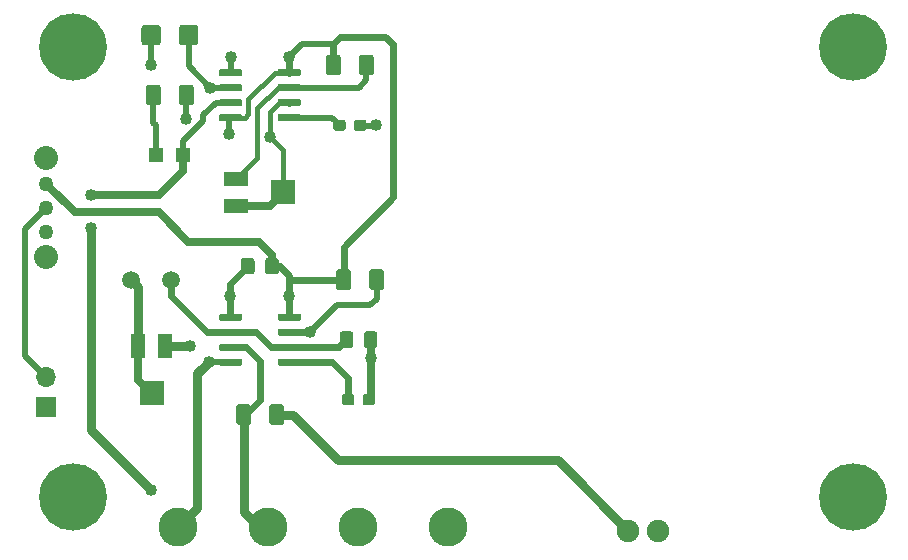
<source format=gbr>
G04 #@! TF.GenerationSoftware,KiCad,Pcbnew,(5.1.5)-3*
G04 #@! TF.CreationDate,2020-06-16T01:41:36-04:00*
G04 #@! TF.ProjectId,SMT-Theremin-v1,534d542d-5468-4657-9265-6d696e2d7631,rev?*
G04 #@! TF.SameCoordinates,Original*
G04 #@! TF.FileFunction,Copper,L1,Top*
G04 #@! TF.FilePolarity,Positive*
%FSLAX46Y46*%
G04 Gerber Fmt 4.6, Leading zero omitted, Abs format (unit mm)*
G04 Created by KiCad (PCBNEW (5.1.5)-3) date 2020-06-16 01:41:36*
%MOMM*%
%LPD*%
G04 APERTURE LIST*
%ADD10C,3.302000*%
%ADD11C,1.905000*%
%ADD12C,5.715000*%
%ADD13C,0.100000*%
%ADD14R,1.300000X1.300000*%
%ADD15C,1.500000*%
%ADD16R,1.700000X1.700000*%
%ADD17O,1.700000X1.700000*%
%ADD18R,1.300000X2.000000*%
%ADD19R,2.000000X2.000000*%
%ADD20R,2.000000X1.300000*%
%ADD21C,1.270000*%
%ADD22C,2.032000*%
%ADD23C,1.016000*%
%ADD24C,0.558800*%
%ADD25C,0.508000*%
%ADD26C,0.635000*%
%ADD27C,0.381000*%
%ADD28C,0.762000*%
%ADD29C,0.203200*%
G04 APERTURE END LIST*
D10*
X95250000Y-116840000D03*
X102870000Y-116840000D03*
X110490000Y-116840000D03*
X118110000Y-116840000D03*
D11*
X135890000Y-117151001D03*
X133350000Y-117151001D03*
D12*
X86360000Y-114300000D03*
X152400000Y-76200000D03*
X152400000Y-114300000D03*
X86360000Y-76200000D03*
G04 #@! TA.AperFunction,SMDPad,CuDef*
D13*
G36*
X96682299Y-74310369D02*
G01*
X96709904Y-74314464D01*
X96736975Y-74321245D01*
X96763251Y-74330647D01*
X96788478Y-74342579D01*
X96812415Y-74356926D01*
X96834831Y-74373550D01*
X96855508Y-74392292D01*
X96874250Y-74412969D01*
X96890874Y-74435385D01*
X96905221Y-74459322D01*
X96917153Y-74484549D01*
X96926555Y-74510825D01*
X96933336Y-74537896D01*
X96937431Y-74565501D01*
X96938800Y-74593375D01*
X96938800Y-75774625D01*
X96937431Y-75802499D01*
X96933336Y-75830104D01*
X96926555Y-75857175D01*
X96917153Y-75883451D01*
X96905221Y-75908678D01*
X96890874Y-75932615D01*
X96874250Y-75955031D01*
X96855508Y-75975708D01*
X96834831Y-75994450D01*
X96812415Y-76011074D01*
X96788478Y-76025421D01*
X96763251Y-76037353D01*
X96736975Y-76046755D01*
X96709904Y-76053536D01*
X96682299Y-76057631D01*
X96654425Y-76059000D01*
X95598175Y-76059000D01*
X95570301Y-76057631D01*
X95542696Y-76053536D01*
X95515625Y-76046755D01*
X95489349Y-76037353D01*
X95464122Y-76025421D01*
X95440185Y-76011074D01*
X95417769Y-75994450D01*
X95397092Y-75975708D01*
X95378350Y-75955031D01*
X95361726Y-75932615D01*
X95347379Y-75908678D01*
X95335447Y-75883451D01*
X95326045Y-75857175D01*
X95319264Y-75830104D01*
X95315169Y-75802499D01*
X95313800Y-75774625D01*
X95313800Y-74593375D01*
X95315169Y-74565501D01*
X95319264Y-74537896D01*
X95326045Y-74510825D01*
X95335447Y-74484549D01*
X95347379Y-74459322D01*
X95361726Y-74435385D01*
X95378350Y-74412969D01*
X95397092Y-74392292D01*
X95417769Y-74373550D01*
X95440185Y-74356926D01*
X95464122Y-74342579D01*
X95489349Y-74330647D01*
X95515625Y-74321245D01*
X95542696Y-74314464D01*
X95570301Y-74310369D01*
X95598175Y-74309000D01*
X96654425Y-74309000D01*
X96682299Y-74310369D01*
G37*
G04 #@! TD.AperFunction*
G04 #@! TA.AperFunction,SMDPad,CuDef*
G36*
X93507299Y-74310369D02*
G01*
X93534904Y-74314464D01*
X93561975Y-74321245D01*
X93588251Y-74330647D01*
X93613478Y-74342579D01*
X93637415Y-74356926D01*
X93659831Y-74373550D01*
X93680508Y-74392292D01*
X93699250Y-74412969D01*
X93715874Y-74435385D01*
X93730221Y-74459322D01*
X93742153Y-74484549D01*
X93751555Y-74510825D01*
X93758336Y-74537896D01*
X93762431Y-74565501D01*
X93763800Y-74593375D01*
X93763800Y-75774625D01*
X93762431Y-75802499D01*
X93758336Y-75830104D01*
X93751555Y-75857175D01*
X93742153Y-75883451D01*
X93730221Y-75908678D01*
X93715874Y-75932615D01*
X93699250Y-75955031D01*
X93680508Y-75975708D01*
X93659831Y-75994450D01*
X93637415Y-76011074D01*
X93613478Y-76025421D01*
X93588251Y-76037353D01*
X93561975Y-76046755D01*
X93534904Y-76053536D01*
X93507299Y-76057631D01*
X93479425Y-76059000D01*
X92423175Y-76059000D01*
X92395301Y-76057631D01*
X92367696Y-76053536D01*
X92340625Y-76046755D01*
X92314349Y-76037353D01*
X92289122Y-76025421D01*
X92265185Y-76011074D01*
X92242769Y-75994450D01*
X92222092Y-75975708D01*
X92203350Y-75955031D01*
X92186726Y-75932615D01*
X92172379Y-75908678D01*
X92160447Y-75883451D01*
X92151045Y-75857175D01*
X92144264Y-75830104D01*
X92140169Y-75802499D01*
X92138800Y-75774625D01*
X92138800Y-74593375D01*
X92140169Y-74565501D01*
X92144264Y-74537896D01*
X92151045Y-74510825D01*
X92160447Y-74484549D01*
X92172379Y-74459322D01*
X92186726Y-74435385D01*
X92203350Y-74412969D01*
X92222092Y-74392292D01*
X92242769Y-74373550D01*
X92265185Y-74356926D01*
X92289122Y-74342579D01*
X92314349Y-74330647D01*
X92340625Y-74321245D01*
X92367696Y-74314464D01*
X92395301Y-74310369D01*
X92423175Y-74309000D01*
X93479425Y-74309000D01*
X93507299Y-74310369D01*
G37*
G04 #@! TD.AperFunction*
G04 #@! TA.AperFunction,SMDPad,CuDef*
G36*
X111890310Y-100266202D02*
G01*
X111914535Y-100269795D01*
X111938291Y-100275746D01*
X111961349Y-100283996D01*
X111983487Y-100294467D01*
X112004493Y-100307057D01*
X112024163Y-100321645D01*
X112042308Y-100338092D01*
X112058755Y-100356237D01*
X112073343Y-100375907D01*
X112085933Y-100396913D01*
X112096404Y-100419051D01*
X112104654Y-100442109D01*
X112110605Y-100465865D01*
X112114198Y-100490090D01*
X112115400Y-100514550D01*
X112115400Y-101415450D01*
X112114198Y-101439910D01*
X112110605Y-101464135D01*
X112104654Y-101487891D01*
X112096404Y-101510949D01*
X112085933Y-101533087D01*
X112073343Y-101554093D01*
X112058755Y-101573763D01*
X112042308Y-101591908D01*
X112024163Y-101608355D01*
X112004493Y-101622943D01*
X111983487Y-101635533D01*
X111961349Y-101646004D01*
X111938291Y-101654254D01*
X111914535Y-101660205D01*
X111890310Y-101663798D01*
X111865850Y-101665000D01*
X111214950Y-101665000D01*
X111190490Y-101663798D01*
X111166265Y-101660205D01*
X111142509Y-101654254D01*
X111119451Y-101646004D01*
X111097313Y-101635533D01*
X111076307Y-101622943D01*
X111056637Y-101608355D01*
X111038492Y-101591908D01*
X111022045Y-101573763D01*
X111007457Y-101554093D01*
X110994867Y-101533087D01*
X110984396Y-101510949D01*
X110976146Y-101487891D01*
X110970195Y-101464135D01*
X110966602Y-101439910D01*
X110965400Y-101415450D01*
X110965400Y-100514550D01*
X110966602Y-100490090D01*
X110970195Y-100465865D01*
X110976146Y-100442109D01*
X110984396Y-100419051D01*
X110994867Y-100396913D01*
X111007457Y-100375907D01*
X111022045Y-100356237D01*
X111038492Y-100338092D01*
X111056637Y-100321645D01*
X111076307Y-100307057D01*
X111097313Y-100294467D01*
X111119451Y-100283996D01*
X111142509Y-100275746D01*
X111166265Y-100269795D01*
X111190490Y-100266202D01*
X111214950Y-100265000D01*
X111865850Y-100265000D01*
X111890310Y-100266202D01*
G37*
G04 #@! TD.AperFunction*
G04 #@! TA.AperFunction,SMDPad,CuDef*
G36*
X109840310Y-100266202D02*
G01*
X109864535Y-100269795D01*
X109888291Y-100275746D01*
X109911349Y-100283996D01*
X109933487Y-100294467D01*
X109954493Y-100307057D01*
X109974163Y-100321645D01*
X109992308Y-100338092D01*
X110008755Y-100356237D01*
X110023343Y-100375907D01*
X110035933Y-100396913D01*
X110046404Y-100419051D01*
X110054654Y-100442109D01*
X110060605Y-100465865D01*
X110064198Y-100490090D01*
X110065400Y-100514550D01*
X110065400Y-101415450D01*
X110064198Y-101439910D01*
X110060605Y-101464135D01*
X110054654Y-101487891D01*
X110046404Y-101510949D01*
X110035933Y-101533087D01*
X110023343Y-101554093D01*
X110008755Y-101573763D01*
X109992308Y-101591908D01*
X109974163Y-101608355D01*
X109954493Y-101622943D01*
X109933487Y-101635533D01*
X109911349Y-101646004D01*
X109888291Y-101654254D01*
X109864535Y-101660205D01*
X109840310Y-101663798D01*
X109815850Y-101665000D01*
X109164950Y-101665000D01*
X109140490Y-101663798D01*
X109116265Y-101660205D01*
X109092509Y-101654254D01*
X109069451Y-101646004D01*
X109047313Y-101635533D01*
X109026307Y-101622943D01*
X109006637Y-101608355D01*
X108988492Y-101591908D01*
X108972045Y-101573763D01*
X108957457Y-101554093D01*
X108944867Y-101533087D01*
X108934396Y-101510949D01*
X108926146Y-101487891D01*
X108920195Y-101464135D01*
X108916602Y-101439910D01*
X108915400Y-101415450D01*
X108915400Y-100514550D01*
X108916602Y-100490090D01*
X108920195Y-100465865D01*
X108926146Y-100442109D01*
X108934396Y-100419051D01*
X108944867Y-100396913D01*
X108957457Y-100375907D01*
X108972045Y-100356237D01*
X108988492Y-100338092D01*
X109006637Y-100321645D01*
X109026307Y-100307057D01*
X109047313Y-100294467D01*
X109069451Y-100283996D01*
X109092509Y-100275746D01*
X109116265Y-100269795D01*
X109140490Y-100266202D01*
X109164950Y-100265000D01*
X109815850Y-100265000D01*
X109840310Y-100266202D01*
G37*
G04 #@! TD.AperFunction*
D14*
X95688800Y-85344000D03*
X93388800Y-85344000D03*
G04 #@! TA.AperFunction,SMDPad,CuDef*
D13*
G36*
X111578304Y-76850204D02*
G01*
X111602573Y-76853804D01*
X111626371Y-76859765D01*
X111649471Y-76868030D01*
X111671649Y-76878520D01*
X111692693Y-76891133D01*
X111712398Y-76905747D01*
X111730577Y-76922223D01*
X111747053Y-76940402D01*
X111761667Y-76960107D01*
X111774280Y-76981151D01*
X111784770Y-77003329D01*
X111793035Y-77026429D01*
X111798996Y-77050227D01*
X111802596Y-77074496D01*
X111803800Y-77099000D01*
X111803800Y-78349000D01*
X111802596Y-78373504D01*
X111798996Y-78397773D01*
X111793035Y-78421571D01*
X111784770Y-78444671D01*
X111774280Y-78466849D01*
X111761667Y-78487893D01*
X111747053Y-78507598D01*
X111730577Y-78525777D01*
X111712398Y-78542253D01*
X111692693Y-78556867D01*
X111671649Y-78569480D01*
X111649471Y-78579970D01*
X111626371Y-78588235D01*
X111602573Y-78594196D01*
X111578304Y-78597796D01*
X111553800Y-78599000D01*
X110803800Y-78599000D01*
X110779296Y-78597796D01*
X110755027Y-78594196D01*
X110731229Y-78588235D01*
X110708129Y-78579970D01*
X110685951Y-78569480D01*
X110664907Y-78556867D01*
X110645202Y-78542253D01*
X110627023Y-78525777D01*
X110610547Y-78507598D01*
X110595933Y-78487893D01*
X110583320Y-78466849D01*
X110572830Y-78444671D01*
X110564565Y-78421571D01*
X110558604Y-78397773D01*
X110555004Y-78373504D01*
X110553800Y-78349000D01*
X110553800Y-77099000D01*
X110555004Y-77074496D01*
X110558604Y-77050227D01*
X110564565Y-77026429D01*
X110572830Y-77003329D01*
X110583320Y-76981151D01*
X110595933Y-76960107D01*
X110610547Y-76940402D01*
X110627023Y-76922223D01*
X110645202Y-76905747D01*
X110664907Y-76891133D01*
X110685951Y-76878520D01*
X110708129Y-76868030D01*
X110731229Y-76859765D01*
X110755027Y-76853804D01*
X110779296Y-76850204D01*
X110803800Y-76849000D01*
X111553800Y-76849000D01*
X111578304Y-76850204D01*
G37*
G04 #@! TD.AperFunction*
G04 #@! TA.AperFunction,SMDPad,CuDef*
G36*
X108778304Y-76850204D02*
G01*
X108802573Y-76853804D01*
X108826371Y-76859765D01*
X108849471Y-76868030D01*
X108871649Y-76878520D01*
X108892693Y-76891133D01*
X108912398Y-76905747D01*
X108930577Y-76922223D01*
X108947053Y-76940402D01*
X108961667Y-76960107D01*
X108974280Y-76981151D01*
X108984770Y-77003329D01*
X108993035Y-77026429D01*
X108998996Y-77050227D01*
X109002596Y-77074496D01*
X109003800Y-77099000D01*
X109003800Y-78349000D01*
X109002596Y-78373504D01*
X108998996Y-78397773D01*
X108993035Y-78421571D01*
X108984770Y-78444671D01*
X108974280Y-78466849D01*
X108961667Y-78487893D01*
X108947053Y-78507598D01*
X108930577Y-78525777D01*
X108912398Y-78542253D01*
X108892693Y-78556867D01*
X108871649Y-78569480D01*
X108849471Y-78579970D01*
X108826371Y-78588235D01*
X108802573Y-78594196D01*
X108778304Y-78597796D01*
X108753800Y-78599000D01*
X108003800Y-78599000D01*
X107979296Y-78597796D01*
X107955027Y-78594196D01*
X107931229Y-78588235D01*
X107908129Y-78579970D01*
X107885951Y-78569480D01*
X107864907Y-78556867D01*
X107845202Y-78542253D01*
X107827023Y-78525777D01*
X107810547Y-78507598D01*
X107795933Y-78487893D01*
X107783320Y-78466849D01*
X107772830Y-78444671D01*
X107764565Y-78421571D01*
X107758604Y-78397773D01*
X107755004Y-78373504D01*
X107753800Y-78349000D01*
X107753800Y-77099000D01*
X107755004Y-77074496D01*
X107758604Y-77050227D01*
X107764565Y-77026429D01*
X107772830Y-77003329D01*
X107783320Y-76981151D01*
X107795933Y-76960107D01*
X107810547Y-76940402D01*
X107827023Y-76922223D01*
X107845202Y-76905747D01*
X107864907Y-76891133D01*
X107885951Y-76878520D01*
X107908129Y-76868030D01*
X107931229Y-76859765D01*
X107955027Y-76853804D01*
X107979296Y-76850204D01*
X108003800Y-76849000D01*
X108753800Y-76849000D01*
X108778304Y-76850204D01*
G37*
G04 #@! TD.AperFunction*
G04 #@! TA.AperFunction,SMDPad,CuDef*
G36*
X109641904Y-95011204D02*
G01*
X109666173Y-95014804D01*
X109689971Y-95020765D01*
X109713071Y-95029030D01*
X109735249Y-95039520D01*
X109756293Y-95052133D01*
X109775998Y-95066747D01*
X109794177Y-95083223D01*
X109810653Y-95101402D01*
X109825267Y-95121107D01*
X109837880Y-95142151D01*
X109848370Y-95164329D01*
X109856635Y-95187429D01*
X109862596Y-95211227D01*
X109866196Y-95235496D01*
X109867400Y-95260000D01*
X109867400Y-96510000D01*
X109866196Y-96534504D01*
X109862596Y-96558773D01*
X109856635Y-96582571D01*
X109848370Y-96605671D01*
X109837880Y-96627849D01*
X109825267Y-96648893D01*
X109810653Y-96668598D01*
X109794177Y-96686777D01*
X109775998Y-96703253D01*
X109756293Y-96717867D01*
X109735249Y-96730480D01*
X109713071Y-96740970D01*
X109689971Y-96749235D01*
X109666173Y-96755196D01*
X109641904Y-96758796D01*
X109617400Y-96760000D01*
X108867400Y-96760000D01*
X108842896Y-96758796D01*
X108818627Y-96755196D01*
X108794829Y-96749235D01*
X108771729Y-96740970D01*
X108749551Y-96730480D01*
X108728507Y-96717867D01*
X108708802Y-96703253D01*
X108690623Y-96686777D01*
X108674147Y-96668598D01*
X108659533Y-96648893D01*
X108646920Y-96627849D01*
X108636430Y-96605671D01*
X108628165Y-96582571D01*
X108622204Y-96558773D01*
X108618604Y-96534504D01*
X108617400Y-96510000D01*
X108617400Y-95260000D01*
X108618604Y-95235496D01*
X108622204Y-95211227D01*
X108628165Y-95187429D01*
X108636430Y-95164329D01*
X108646920Y-95142151D01*
X108659533Y-95121107D01*
X108674147Y-95101402D01*
X108690623Y-95083223D01*
X108708802Y-95066747D01*
X108728507Y-95052133D01*
X108749551Y-95039520D01*
X108771729Y-95029030D01*
X108794829Y-95020765D01*
X108818627Y-95014804D01*
X108842896Y-95011204D01*
X108867400Y-95010000D01*
X109617400Y-95010000D01*
X109641904Y-95011204D01*
G37*
G04 #@! TD.AperFunction*
G04 #@! TA.AperFunction,SMDPad,CuDef*
G36*
X112441904Y-95011204D02*
G01*
X112466173Y-95014804D01*
X112489971Y-95020765D01*
X112513071Y-95029030D01*
X112535249Y-95039520D01*
X112556293Y-95052133D01*
X112575998Y-95066747D01*
X112594177Y-95083223D01*
X112610653Y-95101402D01*
X112625267Y-95121107D01*
X112637880Y-95142151D01*
X112648370Y-95164329D01*
X112656635Y-95187429D01*
X112662596Y-95211227D01*
X112666196Y-95235496D01*
X112667400Y-95260000D01*
X112667400Y-96510000D01*
X112666196Y-96534504D01*
X112662596Y-96558773D01*
X112656635Y-96582571D01*
X112648370Y-96605671D01*
X112637880Y-96627849D01*
X112625267Y-96648893D01*
X112610653Y-96668598D01*
X112594177Y-96686777D01*
X112575998Y-96703253D01*
X112556293Y-96717867D01*
X112535249Y-96730480D01*
X112513071Y-96740970D01*
X112489971Y-96749235D01*
X112466173Y-96755196D01*
X112441904Y-96758796D01*
X112417400Y-96760000D01*
X111667400Y-96760000D01*
X111642896Y-96758796D01*
X111618627Y-96755196D01*
X111594829Y-96749235D01*
X111571729Y-96740970D01*
X111549551Y-96730480D01*
X111528507Y-96717867D01*
X111508802Y-96703253D01*
X111490623Y-96686777D01*
X111474147Y-96668598D01*
X111459533Y-96648893D01*
X111446920Y-96627849D01*
X111436430Y-96605671D01*
X111428165Y-96582571D01*
X111422204Y-96558773D01*
X111418604Y-96534504D01*
X111417400Y-96510000D01*
X111417400Y-95260000D01*
X111418604Y-95235496D01*
X111422204Y-95211227D01*
X111428165Y-95187429D01*
X111436430Y-95164329D01*
X111446920Y-95142151D01*
X111459533Y-95121107D01*
X111474147Y-95101402D01*
X111490623Y-95083223D01*
X111508802Y-95066747D01*
X111528507Y-95052133D01*
X111549551Y-95039520D01*
X111571729Y-95029030D01*
X111594829Y-95020765D01*
X111618627Y-95014804D01*
X111642896Y-95011204D01*
X111667400Y-95010000D01*
X112417400Y-95010000D01*
X112441904Y-95011204D01*
G37*
G04 #@! TD.AperFunction*
G04 #@! TA.AperFunction,SMDPad,CuDef*
G36*
X93538304Y-79390204D02*
G01*
X93562573Y-79393804D01*
X93586371Y-79399765D01*
X93609471Y-79408030D01*
X93631649Y-79418520D01*
X93652693Y-79431133D01*
X93672398Y-79445747D01*
X93690577Y-79462223D01*
X93707053Y-79480402D01*
X93721667Y-79500107D01*
X93734280Y-79521151D01*
X93744770Y-79543329D01*
X93753035Y-79566429D01*
X93758996Y-79590227D01*
X93762596Y-79614496D01*
X93763800Y-79639000D01*
X93763800Y-80889000D01*
X93762596Y-80913504D01*
X93758996Y-80937773D01*
X93753035Y-80961571D01*
X93744770Y-80984671D01*
X93734280Y-81006849D01*
X93721667Y-81027893D01*
X93707053Y-81047598D01*
X93690577Y-81065777D01*
X93672398Y-81082253D01*
X93652693Y-81096867D01*
X93631649Y-81109480D01*
X93609471Y-81119970D01*
X93586371Y-81128235D01*
X93562573Y-81134196D01*
X93538304Y-81137796D01*
X93513800Y-81139000D01*
X92763800Y-81139000D01*
X92739296Y-81137796D01*
X92715027Y-81134196D01*
X92691229Y-81128235D01*
X92668129Y-81119970D01*
X92645951Y-81109480D01*
X92624907Y-81096867D01*
X92605202Y-81082253D01*
X92587023Y-81065777D01*
X92570547Y-81047598D01*
X92555933Y-81027893D01*
X92543320Y-81006849D01*
X92532830Y-80984671D01*
X92524565Y-80961571D01*
X92518604Y-80937773D01*
X92515004Y-80913504D01*
X92513800Y-80889000D01*
X92513800Y-79639000D01*
X92515004Y-79614496D01*
X92518604Y-79590227D01*
X92524565Y-79566429D01*
X92532830Y-79543329D01*
X92543320Y-79521151D01*
X92555933Y-79500107D01*
X92570547Y-79480402D01*
X92587023Y-79462223D01*
X92605202Y-79445747D01*
X92624907Y-79431133D01*
X92645951Y-79418520D01*
X92668129Y-79408030D01*
X92691229Y-79399765D01*
X92715027Y-79393804D01*
X92739296Y-79390204D01*
X92763800Y-79389000D01*
X93513800Y-79389000D01*
X93538304Y-79390204D01*
G37*
G04 #@! TD.AperFunction*
G04 #@! TA.AperFunction,SMDPad,CuDef*
G36*
X96338304Y-79390204D02*
G01*
X96362573Y-79393804D01*
X96386371Y-79399765D01*
X96409471Y-79408030D01*
X96431649Y-79418520D01*
X96452693Y-79431133D01*
X96472398Y-79445747D01*
X96490577Y-79462223D01*
X96507053Y-79480402D01*
X96521667Y-79500107D01*
X96534280Y-79521151D01*
X96544770Y-79543329D01*
X96553035Y-79566429D01*
X96558996Y-79590227D01*
X96562596Y-79614496D01*
X96563800Y-79639000D01*
X96563800Y-80889000D01*
X96562596Y-80913504D01*
X96558996Y-80937773D01*
X96553035Y-80961571D01*
X96544770Y-80984671D01*
X96534280Y-81006849D01*
X96521667Y-81027893D01*
X96507053Y-81047598D01*
X96490577Y-81065777D01*
X96472398Y-81082253D01*
X96452693Y-81096867D01*
X96431649Y-81109480D01*
X96409471Y-81119970D01*
X96386371Y-81128235D01*
X96362573Y-81134196D01*
X96338304Y-81137796D01*
X96313800Y-81139000D01*
X95563800Y-81139000D01*
X95539296Y-81137796D01*
X95515027Y-81134196D01*
X95491229Y-81128235D01*
X95468129Y-81119970D01*
X95445951Y-81109480D01*
X95424907Y-81096867D01*
X95405202Y-81082253D01*
X95387023Y-81065777D01*
X95370547Y-81047598D01*
X95355933Y-81027893D01*
X95343320Y-81006849D01*
X95332830Y-80984671D01*
X95324565Y-80961571D01*
X95318604Y-80937773D01*
X95315004Y-80913504D01*
X95313800Y-80889000D01*
X95313800Y-79639000D01*
X95315004Y-79614496D01*
X95318604Y-79590227D01*
X95324565Y-79566429D01*
X95332830Y-79543329D01*
X95343320Y-79521151D01*
X95355933Y-79500107D01*
X95370547Y-79480402D01*
X95387023Y-79462223D01*
X95405202Y-79445747D01*
X95424907Y-79431133D01*
X95445951Y-79418520D01*
X95468129Y-79408030D01*
X95491229Y-79399765D01*
X95515027Y-79393804D01*
X95539296Y-79390204D01*
X95563800Y-79389000D01*
X96313800Y-79389000D01*
X96338304Y-79390204D01*
G37*
G04 #@! TD.AperFunction*
D15*
X94640400Y-95885000D03*
X91240400Y-95885000D03*
G04 #@! TA.AperFunction,SMDPad,CuDef*
D13*
G36*
X105473503Y-78059722D02*
G01*
X105488064Y-78061882D01*
X105502343Y-78065459D01*
X105516203Y-78070418D01*
X105529510Y-78076712D01*
X105542136Y-78084280D01*
X105553959Y-78093048D01*
X105564866Y-78102934D01*
X105574752Y-78113841D01*
X105583520Y-78125664D01*
X105591088Y-78138290D01*
X105597382Y-78151597D01*
X105602341Y-78165457D01*
X105605918Y-78179736D01*
X105608078Y-78194297D01*
X105608800Y-78209000D01*
X105608800Y-78509000D01*
X105608078Y-78523703D01*
X105605918Y-78538264D01*
X105602341Y-78552543D01*
X105597382Y-78566403D01*
X105591088Y-78579710D01*
X105583520Y-78592336D01*
X105574752Y-78604159D01*
X105564866Y-78615066D01*
X105553959Y-78624952D01*
X105542136Y-78633720D01*
X105529510Y-78641288D01*
X105516203Y-78647582D01*
X105502343Y-78652541D01*
X105488064Y-78656118D01*
X105473503Y-78658278D01*
X105458800Y-78659000D01*
X103808800Y-78659000D01*
X103794097Y-78658278D01*
X103779536Y-78656118D01*
X103765257Y-78652541D01*
X103751397Y-78647582D01*
X103738090Y-78641288D01*
X103725464Y-78633720D01*
X103713641Y-78624952D01*
X103702734Y-78615066D01*
X103692848Y-78604159D01*
X103684080Y-78592336D01*
X103676512Y-78579710D01*
X103670218Y-78566403D01*
X103665259Y-78552543D01*
X103661682Y-78538264D01*
X103659522Y-78523703D01*
X103658800Y-78509000D01*
X103658800Y-78209000D01*
X103659522Y-78194297D01*
X103661682Y-78179736D01*
X103665259Y-78165457D01*
X103670218Y-78151597D01*
X103676512Y-78138290D01*
X103684080Y-78125664D01*
X103692848Y-78113841D01*
X103702734Y-78102934D01*
X103713641Y-78093048D01*
X103725464Y-78084280D01*
X103738090Y-78076712D01*
X103751397Y-78070418D01*
X103765257Y-78065459D01*
X103779536Y-78061882D01*
X103794097Y-78059722D01*
X103808800Y-78059000D01*
X105458800Y-78059000D01*
X105473503Y-78059722D01*
G37*
G04 #@! TD.AperFunction*
G04 #@! TA.AperFunction,SMDPad,CuDef*
G36*
X105473503Y-79329722D02*
G01*
X105488064Y-79331882D01*
X105502343Y-79335459D01*
X105516203Y-79340418D01*
X105529510Y-79346712D01*
X105542136Y-79354280D01*
X105553959Y-79363048D01*
X105564866Y-79372934D01*
X105574752Y-79383841D01*
X105583520Y-79395664D01*
X105591088Y-79408290D01*
X105597382Y-79421597D01*
X105602341Y-79435457D01*
X105605918Y-79449736D01*
X105608078Y-79464297D01*
X105608800Y-79479000D01*
X105608800Y-79779000D01*
X105608078Y-79793703D01*
X105605918Y-79808264D01*
X105602341Y-79822543D01*
X105597382Y-79836403D01*
X105591088Y-79849710D01*
X105583520Y-79862336D01*
X105574752Y-79874159D01*
X105564866Y-79885066D01*
X105553959Y-79894952D01*
X105542136Y-79903720D01*
X105529510Y-79911288D01*
X105516203Y-79917582D01*
X105502343Y-79922541D01*
X105488064Y-79926118D01*
X105473503Y-79928278D01*
X105458800Y-79929000D01*
X103808800Y-79929000D01*
X103794097Y-79928278D01*
X103779536Y-79926118D01*
X103765257Y-79922541D01*
X103751397Y-79917582D01*
X103738090Y-79911288D01*
X103725464Y-79903720D01*
X103713641Y-79894952D01*
X103702734Y-79885066D01*
X103692848Y-79874159D01*
X103684080Y-79862336D01*
X103676512Y-79849710D01*
X103670218Y-79836403D01*
X103665259Y-79822543D01*
X103661682Y-79808264D01*
X103659522Y-79793703D01*
X103658800Y-79779000D01*
X103658800Y-79479000D01*
X103659522Y-79464297D01*
X103661682Y-79449736D01*
X103665259Y-79435457D01*
X103670218Y-79421597D01*
X103676512Y-79408290D01*
X103684080Y-79395664D01*
X103692848Y-79383841D01*
X103702734Y-79372934D01*
X103713641Y-79363048D01*
X103725464Y-79354280D01*
X103738090Y-79346712D01*
X103751397Y-79340418D01*
X103765257Y-79335459D01*
X103779536Y-79331882D01*
X103794097Y-79329722D01*
X103808800Y-79329000D01*
X105458800Y-79329000D01*
X105473503Y-79329722D01*
G37*
G04 #@! TD.AperFunction*
G04 #@! TA.AperFunction,SMDPad,CuDef*
G36*
X105473503Y-80599722D02*
G01*
X105488064Y-80601882D01*
X105502343Y-80605459D01*
X105516203Y-80610418D01*
X105529510Y-80616712D01*
X105542136Y-80624280D01*
X105553959Y-80633048D01*
X105564866Y-80642934D01*
X105574752Y-80653841D01*
X105583520Y-80665664D01*
X105591088Y-80678290D01*
X105597382Y-80691597D01*
X105602341Y-80705457D01*
X105605918Y-80719736D01*
X105608078Y-80734297D01*
X105608800Y-80749000D01*
X105608800Y-81049000D01*
X105608078Y-81063703D01*
X105605918Y-81078264D01*
X105602341Y-81092543D01*
X105597382Y-81106403D01*
X105591088Y-81119710D01*
X105583520Y-81132336D01*
X105574752Y-81144159D01*
X105564866Y-81155066D01*
X105553959Y-81164952D01*
X105542136Y-81173720D01*
X105529510Y-81181288D01*
X105516203Y-81187582D01*
X105502343Y-81192541D01*
X105488064Y-81196118D01*
X105473503Y-81198278D01*
X105458800Y-81199000D01*
X103808800Y-81199000D01*
X103794097Y-81198278D01*
X103779536Y-81196118D01*
X103765257Y-81192541D01*
X103751397Y-81187582D01*
X103738090Y-81181288D01*
X103725464Y-81173720D01*
X103713641Y-81164952D01*
X103702734Y-81155066D01*
X103692848Y-81144159D01*
X103684080Y-81132336D01*
X103676512Y-81119710D01*
X103670218Y-81106403D01*
X103665259Y-81092543D01*
X103661682Y-81078264D01*
X103659522Y-81063703D01*
X103658800Y-81049000D01*
X103658800Y-80749000D01*
X103659522Y-80734297D01*
X103661682Y-80719736D01*
X103665259Y-80705457D01*
X103670218Y-80691597D01*
X103676512Y-80678290D01*
X103684080Y-80665664D01*
X103692848Y-80653841D01*
X103702734Y-80642934D01*
X103713641Y-80633048D01*
X103725464Y-80624280D01*
X103738090Y-80616712D01*
X103751397Y-80610418D01*
X103765257Y-80605459D01*
X103779536Y-80601882D01*
X103794097Y-80599722D01*
X103808800Y-80599000D01*
X105458800Y-80599000D01*
X105473503Y-80599722D01*
G37*
G04 #@! TD.AperFunction*
G04 #@! TA.AperFunction,SMDPad,CuDef*
G36*
X105473503Y-81869722D02*
G01*
X105488064Y-81871882D01*
X105502343Y-81875459D01*
X105516203Y-81880418D01*
X105529510Y-81886712D01*
X105542136Y-81894280D01*
X105553959Y-81903048D01*
X105564866Y-81912934D01*
X105574752Y-81923841D01*
X105583520Y-81935664D01*
X105591088Y-81948290D01*
X105597382Y-81961597D01*
X105602341Y-81975457D01*
X105605918Y-81989736D01*
X105608078Y-82004297D01*
X105608800Y-82019000D01*
X105608800Y-82319000D01*
X105608078Y-82333703D01*
X105605918Y-82348264D01*
X105602341Y-82362543D01*
X105597382Y-82376403D01*
X105591088Y-82389710D01*
X105583520Y-82402336D01*
X105574752Y-82414159D01*
X105564866Y-82425066D01*
X105553959Y-82434952D01*
X105542136Y-82443720D01*
X105529510Y-82451288D01*
X105516203Y-82457582D01*
X105502343Y-82462541D01*
X105488064Y-82466118D01*
X105473503Y-82468278D01*
X105458800Y-82469000D01*
X103808800Y-82469000D01*
X103794097Y-82468278D01*
X103779536Y-82466118D01*
X103765257Y-82462541D01*
X103751397Y-82457582D01*
X103738090Y-82451288D01*
X103725464Y-82443720D01*
X103713641Y-82434952D01*
X103702734Y-82425066D01*
X103692848Y-82414159D01*
X103684080Y-82402336D01*
X103676512Y-82389710D01*
X103670218Y-82376403D01*
X103665259Y-82362543D01*
X103661682Y-82348264D01*
X103659522Y-82333703D01*
X103658800Y-82319000D01*
X103658800Y-82019000D01*
X103659522Y-82004297D01*
X103661682Y-81989736D01*
X103665259Y-81975457D01*
X103670218Y-81961597D01*
X103676512Y-81948290D01*
X103684080Y-81935664D01*
X103692848Y-81923841D01*
X103702734Y-81912934D01*
X103713641Y-81903048D01*
X103725464Y-81894280D01*
X103738090Y-81886712D01*
X103751397Y-81880418D01*
X103765257Y-81875459D01*
X103779536Y-81871882D01*
X103794097Y-81869722D01*
X103808800Y-81869000D01*
X105458800Y-81869000D01*
X105473503Y-81869722D01*
G37*
G04 #@! TD.AperFunction*
G04 #@! TA.AperFunction,SMDPad,CuDef*
G36*
X100523503Y-81869722D02*
G01*
X100538064Y-81871882D01*
X100552343Y-81875459D01*
X100566203Y-81880418D01*
X100579510Y-81886712D01*
X100592136Y-81894280D01*
X100603959Y-81903048D01*
X100614866Y-81912934D01*
X100624752Y-81923841D01*
X100633520Y-81935664D01*
X100641088Y-81948290D01*
X100647382Y-81961597D01*
X100652341Y-81975457D01*
X100655918Y-81989736D01*
X100658078Y-82004297D01*
X100658800Y-82019000D01*
X100658800Y-82319000D01*
X100658078Y-82333703D01*
X100655918Y-82348264D01*
X100652341Y-82362543D01*
X100647382Y-82376403D01*
X100641088Y-82389710D01*
X100633520Y-82402336D01*
X100624752Y-82414159D01*
X100614866Y-82425066D01*
X100603959Y-82434952D01*
X100592136Y-82443720D01*
X100579510Y-82451288D01*
X100566203Y-82457582D01*
X100552343Y-82462541D01*
X100538064Y-82466118D01*
X100523503Y-82468278D01*
X100508800Y-82469000D01*
X98858800Y-82469000D01*
X98844097Y-82468278D01*
X98829536Y-82466118D01*
X98815257Y-82462541D01*
X98801397Y-82457582D01*
X98788090Y-82451288D01*
X98775464Y-82443720D01*
X98763641Y-82434952D01*
X98752734Y-82425066D01*
X98742848Y-82414159D01*
X98734080Y-82402336D01*
X98726512Y-82389710D01*
X98720218Y-82376403D01*
X98715259Y-82362543D01*
X98711682Y-82348264D01*
X98709522Y-82333703D01*
X98708800Y-82319000D01*
X98708800Y-82019000D01*
X98709522Y-82004297D01*
X98711682Y-81989736D01*
X98715259Y-81975457D01*
X98720218Y-81961597D01*
X98726512Y-81948290D01*
X98734080Y-81935664D01*
X98742848Y-81923841D01*
X98752734Y-81912934D01*
X98763641Y-81903048D01*
X98775464Y-81894280D01*
X98788090Y-81886712D01*
X98801397Y-81880418D01*
X98815257Y-81875459D01*
X98829536Y-81871882D01*
X98844097Y-81869722D01*
X98858800Y-81869000D01*
X100508800Y-81869000D01*
X100523503Y-81869722D01*
G37*
G04 #@! TD.AperFunction*
G04 #@! TA.AperFunction,SMDPad,CuDef*
G36*
X100523503Y-80599722D02*
G01*
X100538064Y-80601882D01*
X100552343Y-80605459D01*
X100566203Y-80610418D01*
X100579510Y-80616712D01*
X100592136Y-80624280D01*
X100603959Y-80633048D01*
X100614866Y-80642934D01*
X100624752Y-80653841D01*
X100633520Y-80665664D01*
X100641088Y-80678290D01*
X100647382Y-80691597D01*
X100652341Y-80705457D01*
X100655918Y-80719736D01*
X100658078Y-80734297D01*
X100658800Y-80749000D01*
X100658800Y-81049000D01*
X100658078Y-81063703D01*
X100655918Y-81078264D01*
X100652341Y-81092543D01*
X100647382Y-81106403D01*
X100641088Y-81119710D01*
X100633520Y-81132336D01*
X100624752Y-81144159D01*
X100614866Y-81155066D01*
X100603959Y-81164952D01*
X100592136Y-81173720D01*
X100579510Y-81181288D01*
X100566203Y-81187582D01*
X100552343Y-81192541D01*
X100538064Y-81196118D01*
X100523503Y-81198278D01*
X100508800Y-81199000D01*
X98858800Y-81199000D01*
X98844097Y-81198278D01*
X98829536Y-81196118D01*
X98815257Y-81192541D01*
X98801397Y-81187582D01*
X98788090Y-81181288D01*
X98775464Y-81173720D01*
X98763641Y-81164952D01*
X98752734Y-81155066D01*
X98742848Y-81144159D01*
X98734080Y-81132336D01*
X98726512Y-81119710D01*
X98720218Y-81106403D01*
X98715259Y-81092543D01*
X98711682Y-81078264D01*
X98709522Y-81063703D01*
X98708800Y-81049000D01*
X98708800Y-80749000D01*
X98709522Y-80734297D01*
X98711682Y-80719736D01*
X98715259Y-80705457D01*
X98720218Y-80691597D01*
X98726512Y-80678290D01*
X98734080Y-80665664D01*
X98742848Y-80653841D01*
X98752734Y-80642934D01*
X98763641Y-80633048D01*
X98775464Y-80624280D01*
X98788090Y-80616712D01*
X98801397Y-80610418D01*
X98815257Y-80605459D01*
X98829536Y-80601882D01*
X98844097Y-80599722D01*
X98858800Y-80599000D01*
X100508800Y-80599000D01*
X100523503Y-80599722D01*
G37*
G04 #@! TD.AperFunction*
G04 #@! TA.AperFunction,SMDPad,CuDef*
G36*
X100523503Y-79329722D02*
G01*
X100538064Y-79331882D01*
X100552343Y-79335459D01*
X100566203Y-79340418D01*
X100579510Y-79346712D01*
X100592136Y-79354280D01*
X100603959Y-79363048D01*
X100614866Y-79372934D01*
X100624752Y-79383841D01*
X100633520Y-79395664D01*
X100641088Y-79408290D01*
X100647382Y-79421597D01*
X100652341Y-79435457D01*
X100655918Y-79449736D01*
X100658078Y-79464297D01*
X100658800Y-79479000D01*
X100658800Y-79779000D01*
X100658078Y-79793703D01*
X100655918Y-79808264D01*
X100652341Y-79822543D01*
X100647382Y-79836403D01*
X100641088Y-79849710D01*
X100633520Y-79862336D01*
X100624752Y-79874159D01*
X100614866Y-79885066D01*
X100603959Y-79894952D01*
X100592136Y-79903720D01*
X100579510Y-79911288D01*
X100566203Y-79917582D01*
X100552343Y-79922541D01*
X100538064Y-79926118D01*
X100523503Y-79928278D01*
X100508800Y-79929000D01*
X98858800Y-79929000D01*
X98844097Y-79928278D01*
X98829536Y-79926118D01*
X98815257Y-79922541D01*
X98801397Y-79917582D01*
X98788090Y-79911288D01*
X98775464Y-79903720D01*
X98763641Y-79894952D01*
X98752734Y-79885066D01*
X98742848Y-79874159D01*
X98734080Y-79862336D01*
X98726512Y-79849710D01*
X98720218Y-79836403D01*
X98715259Y-79822543D01*
X98711682Y-79808264D01*
X98709522Y-79793703D01*
X98708800Y-79779000D01*
X98708800Y-79479000D01*
X98709522Y-79464297D01*
X98711682Y-79449736D01*
X98715259Y-79435457D01*
X98720218Y-79421597D01*
X98726512Y-79408290D01*
X98734080Y-79395664D01*
X98742848Y-79383841D01*
X98752734Y-79372934D01*
X98763641Y-79363048D01*
X98775464Y-79354280D01*
X98788090Y-79346712D01*
X98801397Y-79340418D01*
X98815257Y-79335459D01*
X98829536Y-79331882D01*
X98844097Y-79329722D01*
X98858800Y-79329000D01*
X100508800Y-79329000D01*
X100523503Y-79329722D01*
G37*
G04 #@! TD.AperFunction*
G04 #@! TA.AperFunction,SMDPad,CuDef*
G36*
X100523503Y-78059722D02*
G01*
X100538064Y-78061882D01*
X100552343Y-78065459D01*
X100566203Y-78070418D01*
X100579510Y-78076712D01*
X100592136Y-78084280D01*
X100603959Y-78093048D01*
X100614866Y-78102934D01*
X100624752Y-78113841D01*
X100633520Y-78125664D01*
X100641088Y-78138290D01*
X100647382Y-78151597D01*
X100652341Y-78165457D01*
X100655918Y-78179736D01*
X100658078Y-78194297D01*
X100658800Y-78209000D01*
X100658800Y-78509000D01*
X100658078Y-78523703D01*
X100655918Y-78538264D01*
X100652341Y-78552543D01*
X100647382Y-78566403D01*
X100641088Y-78579710D01*
X100633520Y-78592336D01*
X100624752Y-78604159D01*
X100614866Y-78615066D01*
X100603959Y-78624952D01*
X100592136Y-78633720D01*
X100579510Y-78641288D01*
X100566203Y-78647582D01*
X100552343Y-78652541D01*
X100538064Y-78656118D01*
X100523503Y-78658278D01*
X100508800Y-78659000D01*
X98858800Y-78659000D01*
X98844097Y-78658278D01*
X98829536Y-78656118D01*
X98815257Y-78652541D01*
X98801397Y-78647582D01*
X98788090Y-78641288D01*
X98775464Y-78633720D01*
X98763641Y-78624952D01*
X98752734Y-78615066D01*
X98742848Y-78604159D01*
X98734080Y-78592336D01*
X98726512Y-78579710D01*
X98720218Y-78566403D01*
X98715259Y-78552543D01*
X98711682Y-78538264D01*
X98709522Y-78523703D01*
X98708800Y-78509000D01*
X98708800Y-78209000D01*
X98709522Y-78194297D01*
X98711682Y-78179736D01*
X98715259Y-78165457D01*
X98720218Y-78151597D01*
X98726512Y-78138290D01*
X98734080Y-78125664D01*
X98742848Y-78113841D01*
X98752734Y-78102934D01*
X98763641Y-78093048D01*
X98775464Y-78084280D01*
X98788090Y-78076712D01*
X98801397Y-78070418D01*
X98815257Y-78065459D01*
X98829536Y-78061882D01*
X98844097Y-78059722D01*
X98858800Y-78059000D01*
X100508800Y-78059000D01*
X100523503Y-78059722D01*
G37*
G04 #@! TD.AperFunction*
G04 #@! TA.AperFunction,SMDPad,CuDef*
G36*
X100548903Y-98760722D02*
G01*
X100563464Y-98762882D01*
X100577743Y-98766459D01*
X100591603Y-98771418D01*
X100604910Y-98777712D01*
X100617536Y-98785280D01*
X100629359Y-98794048D01*
X100640266Y-98803934D01*
X100650152Y-98814841D01*
X100658920Y-98826664D01*
X100666488Y-98839290D01*
X100672782Y-98852597D01*
X100677741Y-98866457D01*
X100681318Y-98880736D01*
X100683478Y-98895297D01*
X100684200Y-98910000D01*
X100684200Y-99210000D01*
X100683478Y-99224703D01*
X100681318Y-99239264D01*
X100677741Y-99253543D01*
X100672782Y-99267403D01*
X100666488Y-99280710D01*
X100658920Y-99293336D01*
X100650152Y-99305159D01*
X100640266Y-99316066D01*
X100629359Y-99325952D01*
X100617536Y-99334720D01*
X100604910Y-99342288D01*
X100591603Y-99348582D01*
X100577743Y-99353541D01*
X100563464Y-99357118D01*
X100548903Y-99359278D01*
X100534200Y-99360000D01*
X98884200Y-99360000D01*
X98869497Y-99359278D01*
X98854936Y-99357118D01*
X98840657Y-99353541D01*
X98826797Y-99348582D01*
X98813490Y-99342288D01*
X98800864Y-99334720D01*
X98789041Y-99325952D01*
X98778134Y-99316066D01*
X98768248Y-99305159D01*
X98759480Y-99293336D01*
X98751912Y-99280710D01*
X98745618Y-99267403D01*
X98740659Y-99253543D01*
X98737082Y-99239264D01*
X98734922Y-99224703D01*
X98734200Y-99210000D01*
X98734200Y-98910000D01*
X98734922Y-98895297D01*
X98737082Y-98880736D01*
X98740659Y-98866457D01*
X98745618Y-98852597D01*
X98751912Y-98839290D01*
X98759480Y-98826664D01*
X98768248Y-98814841D01*
X98778134Y-98803934D01*
X98789041Y-98794048D01*
X98800864Y-98785280D01*
X98813490Y-98777712D01*
X98826797Y-98771418D01*
X98840657Y-98766459D01*
X98854936Y-98762882D01*
X98869497Y-98760722D01*
X98884200Y-98760000D01*
X100534200Y-98760000D01*
X100548903Y-98760722D01*
G37*
G04 #@! TD.AperFunction*
G04 #@! TA.AperFunction,SMDPad,CuDef*
G36*
X100548903Y-100030722D02*
G01*
X100563464Y-100032882D01*
X100577743Y-100036459D01*
X100591603Y-100041418D01*
X100604910Y-100047712D01*
X100617536Y-100055280D01*
X100629359Y-100064048D01*
X100640266Y-100073934D01*
X100650152Y-100084841D01*
X100658920Y-100096664D01*
X100666488Y-100109290D01*
X100672782Y-100122597D01*
X100677741Y-100136457D01*
X100681318Y-100150736D01*
X100683478Y-100165297D01*
X100684200Y-100180000D01*
X100684200Y-100480000D01*
X100683478Y-100494703D01*
X100681318Y-100509264D01*
X100677741Y-100523543D01*
X100672782Y-100537403D01*
X100666488Y-100550710D01*
X100658920Y-100563336D01*
X100650152Y-100575159D01*
X100640266Y-100586066D01*
X100629359Y-100595952D01*
X100617536Y-100604720D01*
X100604910Y-100612288D01*
X100591603Y-100618582D01*
X100577743Y-100623541D01*
X100563464Y-100627118D01*
X100548903Y-100629278D01*
X100534200Y-100630000D01*
X98884200Y-100630000D01*
X98869497Y-100629278D01*
X98854936Y-100627118D01*
X98840657Y-100623541D01*
X98826797Y-100618582D01*
X98813490Y-100612288D01*
X98800864Y-100604720D01*
X98789041Y-100595952D01*
X98778134Y-100586066D01*
X98768248Y-100575159D01*
X98759480Y-100563336D01*
X98751912Y-100550710D01*
X98745618Y-100537403D01*
X98740659Y-100523543D01*
X98737082Y-100509264D01*
X98734922Y-100494703D01*
X98734200Y-100480000D01*
X98734200Y-100180000D01*
X98734922Y-100165297D01*
X98737082Y-100150736D01*
X98740659Y-100136457D01*
X98745618Y-100122597D01*
X98751912Y-100109290D01*
X98759480Y-100096664D01*
X98768248Y-100084841D01*
X98778134Y-100073934D01*
X98789041Y-100064048D01*
X98800864Y-100055280D01*
X98813490Y-100047712D01*
X98826797Y-100041418D01*
X98840657Y-100036459D01*
X98854936Y-100032882D01*
X98869497Y-100030722D01*
X98884200Y-100030000D01*
X100534200Y-100030000D01*
X100548903Y-100030722D01*
G37*
G04 #@! TD.AperFunction*
G04 #@! TA.AperFunction,SMDPad,CuDef*
G36*
X100548903Y-101300722D02*
G01*
X100563464Y-101302882D01*
X100577743Y-101306459D01*
X100591603Y-101311418D01*
X100604910Y-101317712D01*
X100617536Y-101325280D01*
X100629359Y-101334048D01*
X100640266Y-101343934D01*
X100650152Y-101354841D01*
X100658920Y-101366664D01*
X100666488Y-101379290D01*
X100672782Y-101392597D01*
X100677741Y-101406457D01*
X100681318Y-101420736D01*
X100683478Y-101435297D01*
X100684200Y-101450000D01*
X100684200Y-101750000D01*
X100683478Y-101764703D01*
X100681318Y-101779264D01*
X100677741Y-101793543D01*
X100672782Y-101807403D01*
X100666488Y-101820710D01*
X100658920Y-101833336D01*
X100650152Y-101845159D01*
X100640266Y-101856066D01*
X100629359Y-101865952D01*
X100617536Y-101874720D01*
X100604910Y-101882288D01*
X100591603Y-101888582D01*
X100577743Y-101893541D01*
X100563464Y-101897118D01*
X100548903Y-101899278D01*
X100534200Y-101900000D01*
X98884200Y-101900000D01*
X98869497Y-101899278D01*
X98854936Y-101897118D01*
X98840657Y-101893541D01*
X98826797Y-101888582D01*
X98813490Y-101882288D01*
X98800864Y-101874720D01*
X98789041Y-101865952D01*
X98778134Y-101856066D01*
X98768248Y-101845159D01*
X98759480Y-101833336D01*
X98751912Y-101820710D01*
X98745618Y-101807403D01*
X98740659Y-101793543D01*
X98737082Y-101779264D01*
X98734922Y-101764703D01*
X98734200Y-101750000D01*
X98734200Y-101450000D01*
X98734922Y-101435297D01*
X98737082Y-101420736D01*
X98740659Y-101406457D01*
X98745618Y-101392597D01*
X98751912Y-101379290D01*
X98759480Y-101366664D01*
X98768248Y-101354841D01*
X98778134Y-101343934D01*
X98789041Y-101334048D01*
X98800864Y-101325280D01*
X98813490Y-101317712D01*
X98826797Y-101311418D01*
X98840657Y-101306459D01*
X98854936Y-101302882D01*
X98869497Y-101300722D01*
X98884200Y-101300000D01*
X100534200Y-101300000D01*
X100548903Y-101300722D01*
G37*
G04 #@! TD.AperFunction*
G04 #@! TA.AperFunction,SMDPad,CuDef*
G36*
X100548903Y-102570722D02*
G01*
X100563464Y-102572882D01*
X100577743Y-102576459D01*
X100591603Y-102581418D01*
X100604910Y-102587712D01*
X100617536Y-102595280D01*
X100629359Y-102604048D01*
X100640266Y-102613934D01*
X100650152Y-102624841D01*
X100658920Y-102636664D01*
X100666488Y-102649290D01*
X100672782Y-102662597D01*
X100677741Y-102676457D01*
X100681318Y-102690736D01*
X100683478Y-102705297D01*
X100684200Y-102720000D01*
X100684200Y-103020000D01*
X100683478Y-103034703D01*
X100681318Y-103049264D01*
X100677741Y-103063543D01*
X100672782Y-103077403D01*
X100666488Y-103090710D01*
X100658920Y-103103336D01*
X100650152Y-103115159D01*
X100640266Y-103126066D01*
X100629359Y-103135952D01*
X100617536Y-103144720D01*
X100604910Y-103152288D01*
X100591603Y-103158582D01*
X100577743Y-103163541D01*
X100563464Y-103167118D01*
X100548903Y-103169278D01*
X100534200Y-103170000D01*
X98884200Y-103170000D01*
X98869497Y-103169278D01*
X98854936Y-103167118D01*
X98840657Y-103163541D01*
X98826797Y-103158582D01*
X98813490Y-103152288D01*
X98800864Y-103144720D01*
X98789041Y-103135952D01*
X98778134Y-103126066D01*
X98768248Y-103115159D01*
X98759480Y-103103336D01*
X98751912Y-103090710D01*
X98745618Y-103077403D01*
X98740659Y-103063543D01*
X98737082Y-103049264D01*
X98734922Y-103034703D01*
X98734200Y-103020000D01*
X98734200Y-102720000D01*
X98734922Y-102705297D01*
X98737082Y-102690736D01*
X98740659Y-102676457D01*
X98745618Y-102662597D01*
X98751912Y-102649290D01*
X98759480Y-102636664D01*
X98768248Y-102624841D01*
X98778134Y-102613934D01*
X98789041Y-102604048D01*
X98800864Y-102595280D01*
X98813490Y-102587712D01*
X98826797Y-102581418D01*
X98840657Y-102576459D01*
X98854936Y-102572882D01*
X98869497Y-102570722D01*
X98884200Y-102570000D01*
X100534200Y-102570000D01*
X100548903Y-102570722D01*
G37*
G04 #@! TD.AperFunction*
G04 #@! TA.AperFunction,SMDPad,CuDef*
G36*
X105498903Y-102570722D02*
G01*
X105513464Y-102572882D01*
X105527743Y-102576459D01*
X105541603Y-102581418D01*
X105554910Y-102587712D01*
X105567536Y-102595280D01*
X105579359Y-102604048D01*
X105590266Y-102613934D01*
X105600152Y-102624841D01*
X105608920Y-102636664D01*
X105616488Y-102649290D01*
X105622782Y-102662597D01*
X105627741Y-102676457D01*
X105631318Y-102690736D01*
X105633478Y-102705297D01*
X105634200Y-102720000D01*
X105634200Y-103020000D01*
X105633478Y-103034703D01*
X105631318Y-103049264D01*
X105627741Y-103063543D01*
X105622782Y-103077403D01*
X105616488Y-103090710D01*
X105608920Y-103103336D01*
X105600152Y-103115159D01*
X105590266Y-103126066D01*
X105579359Y-103135952D01*
X105567536Y-103144720D01*
X105554910Y-103152288D01*
X105541603Y-103158582D01*
X105527743Y-103163541D01*
X105513464Y-103167118D01*
X105498903Y-103169278D01*
X105484200Y-103170000D01*
X103834200Y-103170000D01*
X103819497Y-103169278D01*
X103804936Y-103167118D01*
X103790657Y-103163541D01*
X103776797Y-103158582D01*
X103763490Y-103152288D01*
X103750864Y-103144720D01*
X103739041Y-103135952D01*
X103728134Y-103126066D01*
X103718248Y-103115159D01*
X103709480Y-103103336D01*
X103701912Y-103090710D01*
X103695618Y-103077403D01*
X103690659Y-103063543D01*
X103687082Y-103049264D01*
X103684922Y-103034703D01*
X103684200Y-103020000D01*
X103684200Y-102720000D01*
X103684922Y-102705297D01*
X103687082Y-102690736D01*
X103690659Y-102676457D01*
X103695618Y-102662597D01*
X103701912Y-102649290D01*
X103709480Y-102636664D01*
X103718248Y-102624841D01*
X103728134Y-102613934D01*
X103739041Y-102604048D01*
X103750864Y-102595280D01*
X103763490Y-102587712D01*
X103776797Y-102581418D01*
X103790657Y-102576459D01*
X103804936Y-102572882D01*
X103819497Y-102570722D01*
X103834200Y-102570000D01*
X105484200Y-102570000D01*
X105498903Y-102570722D01*
G37*
G04 #@! TD.AperFunction*
G04 #@! TA.AperFunction,SMDPad,CuDef*
G36*
X105498903Y-101300722D02*
G01*
X105513464Y-101302882D01*
X105527743Y-101306459D01*
X105541603Y-101311418D01*
X105554910Y-101317712D01*
X105567536Y-101325280D01*
X105579359Y-101334048D01*
X105590266Y-101343934D01*
X105600152Y-101354841D01*
X105608920Y-101366664D01*
X105616488Y-101379290D01*
X105622782Y-101392597D01*
X105627741Y-101406457D01*
X105631318Y-101420736D01*
X105633478Y-101435297D01*
X105634200Y-101450000D01*
X105634200Y-101750000D01*
X105633478Y-101764703D01*
X105631318Y-101779264D01*
X105627741Y-101793543D01*
X105622782Y-101807403D01*
X105616488Y-101820710D01*
X105608920Y-101833336D01*
X105600152Y-101845159D01*
X105590266Y-101856066D01*
X105579359Y-101865952D01*
X105567536Y-101874720D01*
X105554910Y-101882288D01*
X105541603Y-101888582D01*
X105527743Y-101893541D01*
X105513464Y-101897118D01*
X105498903Y-101899278D01*
X105484200Y-101900000D01*
X103834200Y-101900000D01*
X103819497Y-101899278D01*
X103804936Y-101897118D01*
X103790657Y-101893541D01*
X103776797Y-101888582D01*
X103763490Y-101882288D01*
X103750864Y-101874720D01*
X103739041Y-101865952D01*
X103728134Y-101856066D01*
X103718248Y-101845159D01*
X103709480Y-101833336D01*
X103701912Y-101820710D01*
X103695618Y-101807403D01*
X103690659Y-101793543D01*
X103687082Y-101779264D01*
X103684922Y-101764703D01*
X103684200Y-101750000D01*
X103684200Y-101450000D01*
X103684922Y-101435297D01*
X103687082Y-101420736D01*
X103690659Y-101406457D01*
X103695618Y-101392597D01*
X103701912Y-101379290D01*
X103709480Y-101366664D01*
X103718248Y-101354841D01*
X103728134Y-101343934D01*
X103739041Y-101334048D01*
X103750864Y-101325280D01*
X103763490Y-101317712D01*
X103776797Y-101311418D01*
X103790657Y-101306459D01*
X103804936Y-101302882D01*
X103819497Y-101300722D01*
X103834200Y-101300000D01*
X105484200Y-101300000D01*
X105498903Y-101300722D01*
G37*
G04 #@! TD.AperFunction*
G04 #@! TA.AperFunction,SMDPad,CuDef*
G36*
X105498903Y-100030722D02*
G01*
X105513464Y-100032882D01*
X105527743Y-100036459D01*
X105541603Y-100041418D01*
X105554910Y-100047712D01*
X105567536Y-100055280D01*
X105579359Y-100064048D01*
X105590266Y-100073934D01*
X105600152Y-100084841D01*
X105608920Y-100096664D01*
X105616488Y-100109290D01*
X105622782Y-100122597D01*
X105627741Y-100136457D01*
X105631318Y-100150736D01*
X105633478Y-100165297D01*
X105634200Y-100180000D01*
X105634200Y-100480000D01*
X105633478Y-100494703D01*
X105631318Y-100509264D01*
X105627741Y-100523543D01*
X105622782Y-100537403D01*
X105616488Y-100550710D01*
X105608920Y-100563336D01*
X105600152Y-100575159D01*
X105590266Y-100586066D01*
X105579359Y-100595952D01*
X105567536Y-100604720D01*
X105554910Y-100612288D01*
X105541603Y-100618582D01*
X105527743Y-100623541D01*
X105513464Y-100627118D01*
X105498903Y-100629278D01*
X105484200Y-100630000D01*
X103834200Y-100630000D01*
X103819497Y-100629278D01*
X103804936Y-100627118D01*
X103790657Y-100623541D01*
X103776797Y-100618582D01*
X103763490Y-100612288D01*
X103750864Y-100604720D01*
X103739041Y-100595952D01*
X103728134Y-100586066D01*
X103718248Y-100575159D01*
X103709480Y-100563336D01*
X103701912Y-100550710D01*
X103695618Y-100537403D01*
X103690659Y-100523543D01*
X103687082Y-100509264D01*
X103684922Y-100494703D01*
X103684200Y-100480000D01*
X103684200Y-100180000D01*
X103684922Y-100165297D01*
X103687082Y-100150736D01*
X103690659Y-100136457D01*
X103695618Y-100122597D01*
X103701912Y-100109290D01*
X103709480Y-100096664D01*
X103718248Y-100084841D01*
X103728134Y-100073934D01*
X103739041Y-100064048D01*
X103750864Y-100055280D01*
X103763490Y-100047712D01*
X103776797Y-100041418D01*
X103790657Y-100036459D01*
X103804936Y-100032882D01*
X103819497Y-100030722D01*
X103834200Y-100030000D01*
X105484200Y-100030000D01*
X105498903Y-100030722D01*
G37*
G04 #@! TD.AperFunction*
G04 #@! TA.AperFunction,SMDPad,CuDef*
G36*
X105498903Y-98760722D02*
G01*
X105513464Y-98762882D01*
X105527743Y-98766459D01*
X105541603Y-98771418D01*
X105554910Y-98777712D01*
X105567536Y-98785280D01*
X105579359Y-98794048D01*
X105590266Y-98803934D01*
X105600152Y-98814841D01*
X105608920Y-98826664D01*
X105616488Y-98839290D01*
X105622782Y-98852597D01*
X105627741Y-98866457D01*
X105631318Y-98880736D01*
X105633478Y-98895297D01*
X105634200Y-98910000D01*
X105634200Y-99210000D01*
X105633478Y-99224703D01*
X105631318Y-99239264D01*
X105627741Y-99253543D01*
X105622782Y-99267403D01*
X105616488Y-99280710D01*
X105608920Y-99293336D01*
X105600152Y-99305159D01*
X105590266Y-99316066D01*
X105579359Y-99325952D01*
X105567536Y-99334720D01*
X105554910Y-99342288D01*
X105541603Y-99348582D01*
X105527743Y-99353541D01*
X105513464Y-99357118D01*
X105498903Y-99359278D01*
X105484200Y-99360000D01*
X103834200Y-99360000D01*
X103819497Y-99359278D01*
X103804936Y-99357118D01*
X103790657Y-99353541D01*
X103776797Y-99348582D01*
X103763490Y-99342288D01*
X103750864Y-99334720D01*
X103739041Y-99325952D01*
X103728134Y-99316066D01*
X103718248Y-99305159D01*
X103709480Y-99293336D01*
X103701912Y-99280710D01*
X103695618Y-99267403D01*
X103690659Y-99253543D01*
X103687082Y-99239264D01*
X103684922Y-99224703D01*
X103684200Y-99210000D01*
X103684200Y-98910000D01*
X103684922Y-98895297D01*
X103687082Y-98880736D01*
X103690659Y-98866457D01*
X103695618Y-98852597D01*
X103701912Y-98839290D01*
X103709480Y-98826664D01*
X103718248Y-98814841D01*
X103728134Y-98803934D01*
X103739041Y-98794048D01*
X103750864Y-98785280D01*
X103763490Y-98777712D01*
X103776797Y-98771418D01*
X103790657Y-98766459D01*
X103804936Y-98762882D01*
X103819497Y-98760722D01*
X103834200Y-98760000D01*
X105484200Y-98760000D01*
X105498903Y-98760722D01*
G37*
G04 #@! TD.AperFunction*
G04 #@! TA.AperFunction,SMDPad,CuDef*
G36*
X101483710Y-94043202D02*
G01*
X101507935Y-94046795D01*
X101531691Y-94052746D01*
X101554749Y-94060996D01*
X101576887Y-94071467D01*
X101597893Y-94084057D01*
X101617563Y-94098645D01*
X101635708Y-94115092D01*
X101652155Y-94133237D01*
X101666743Y-94152907D01*
X101679333Y-94173913D01*
X101689804Y-94196051D01*
X101698054Y-94219109D01*
X101704005Y-94242865D01*
X101707598Y-94267090D01*
X101708800Y-94291550D01*
X101708800Y-95192450D01*
X101707598Y-95216910D01*
X101704005Y-95241135D01*
X101698054Y-95264891D01*
X101689804Y-95287949D01*
X101679333Y-95310087D01*
X101666743Y-95331093D01*
X101652155Y-95350763D01*
X101635708Y-95368908D01*
X101617563Y-95385355D01*
X101597893Y-95399943D01*
X101576887Y-95412533D01*
X101554749Y-95423004D01*
X101531691Y-95431254D01*
X101507935Y-95437205D01*
X101483710Y-95440798D01*
X101459250Y-95442000D01*
X100808350Y-95442000D01*
X100783890Y-95440798D01*
X100759665Y-95437205D01*
X100735909Y-95431254D01*
X100712851Y-95423004D01*
X100690713Y-95412533D01*
X100669707Y-95399943D01*
X100650037Y-95385355D01*
X100631892Y-95368908D01*
X100615445Y-95350763D01*
X100600857Y-95331093D01*
X100588267Y-95310087D01*
X100577796Y-95287949D01*
X100569546Y-95264891D01*
X100563595Y-95241135D01*
X100560002Y-95216910D01*
X100558800Y-95192450D01*
X100558800Y-94291550D01*
X100560002Y-94267090D01*
X100563595Y-94242865D01*
X100569546Y-94219109D01*
X100577796Y-94196051D01*
X100588267Y-94173913D01*
X100600857Y-94152907D01*
X100615445Y-94133237D01*
X100631892Y-94115092D01*
X100650037Y-94098645D01*
X100669707Y-94084057D01*
X100690713Y-94071467D01*
X100712851Y-94060996D01*
X100735909Y-94052746D01*
X100759665Y-94046795D01*
X100783890Y-94043202D01*
X100808350Y-94042000D01*
X101459250Y-94042000D01*
X101483710Y-94043202D01*
G37*
G04 #@! TD.AperFunction*
G04 #@! TA.AperFunction,SMDPad,CuDef*
G36*
X103533710Y-94043202D02*
G01*
X103557935Y-94046795D01*
X103581691Y-94052746D01*
X103604749Y-94060996D01*
X103626887Y-94071467D01*
X103647893Y-94084057D01*
X103667563Y-94098645D01*
X103685708Y-94115092D01*
X103702155Y-94133237D01*
X103716743Y-94152907D01*
X103729333Y-94173913D01*
X103739804Y-94196051D01*
X103748054Y-94219109D01*
X103754005Y-94242865D01*
X103757598Y-94267090D01*
X103758800Y-94291550D01*
X103758800Y-95192450D01*
X103757598Y-95216910D01*
X103754005Y-95241135D01*
X103748054Y-95264891D01*
X103739804Y-95287949D01*
X103729333Y-95310087D01*
X103716743Y-95331093D01*
X103702155Y-95350763D01*
X103685708Y-95368908D01*
X103667563Y-95385355D01*
X103647893Y-95399943D01*
X103626887Y-95412533D01*
X103604749Y-95423004D01*
X103581691Y-95431254D01*
X103557935Y-95437205D01*
X103533710Y-95440798D01*
X103509250Y-95442000D01*
X102858350Y-95442000D01*
X102833890Y-95440798D01*
X102809665Y-95437205D01*
X102785909Y-95431254D01*
X102762851Y-95423004D01*
X102740713Y-95412533D01*
X102719707Y-95399943D01*
X102700037Y-95385355D01*
X102681892Y-95368908D01*
X102665445Y-95350763D01*
X102650857Y-95331093D01*
X102638267Y-95310087D01*
X102627796Y-95287949D01*
X102619546Y-95264891D01*
X102613595Y-95241135D01*
X102610002Y-95216910D01*
X102608800Y-95192450D01*
X102608800Y-94291550D01*
X102610002Y-94267090D01*
X102613595Y-94242865D01*
X102619546Y-94219109D01*
X102627796Y-94196051D01*
X102638267Y-94173913D01*
X102650857Y-94152907D01*
X102665445Y-94133237D01*
X102681892Y-94115092D01*
X102700037Y-94098645D01*
X102719707Y-94084057D01*
X102740713Y-94071467D01*
X102762851Y-94060996D01*
X102785909Y-94052746D01*
X102809665Y-94046795D01*
X102833890Y-94043202D01*
X102858350Y-94042000D01*
X103509250Y-94042000D01*
X103533710Y-94043202D01*
G37*
G04 #@! TD.AperFunction*
D16*
X84074000Y-106680000D03*
D17*
X84074000Y-104140000D03*
D18*
X91839400Y-101505000D03*
D19*
X92989400Y-105505000D03*
D18*
X94139400Y-101505000D03*
D20*
X100158800Y-87343600D03*
D19*
X104158800Y-88493600D03*
D20*
X100158800Y-89643600D03*
G04 #@! TA.AperFunction,SMDPad,CuDef*
D13*
G36*
X110964579Y-82330144D02*
G01*
X110987634Y-82333563D01*
X111010243Y-82339227D01*
X111032187Y-82347079D01*
X111053257Y-82357044D01*
X111073248Y-82369026D01*
X111091968Y-82382910D01*
X111109238Y-82398562D01*
X111124890Y-82415832D01*
X111138774Y-82434552D01*
X111150756Y-82454543D01*
X111160721Y-82475613D01*
X111168573Y-82497557D01*
X111174237Y-82520166D01*
X111177656Y-82543221D01*
X111178800Y-82566500D01*
X111178800Y-83041500D01*
X111177656Y-83064779D01*
X111174237Y-83087834D01*
X111168573Y-83110443D01*
X111160721Y-83132387D01*
X111150756Y-83153457D01*
X111138774Y-83173448D01*
X111124890Y-83192168D01*
X111109238Y-83209438D01*
X111091968Y-83225090D01*
X111073248Y-83238974D01*
X111053257Y-83250956D01*
X111032187Y-83260921D01*
X111010243Y-83268773D01*
X110987634Y-83274437D01*
X110964579Y-83277856D01*
X110941300Y-83279000D01*
X110366300Y-83279000D01*
X110343021Y-83277856D01*
X110319966Y-83274437D01*
X110297357Y-83268773D01*
X110275413Y-83260921D01*
X110254343Y-83250956D01*
X110234352Y-83238974D01*
X110215632Y-83225090D01*
X110198362Y-83209438D01*
X110182710Y-83192168D01*
X110168826Y-83173448D01*
X110156844Y-83153457D01*
X110146879Y-83132387D01*
X110139027Y-83110443D01*
X110133363Y-83087834D01*
X110129944Y-83064779D01*
X110128800Y-83041500D01*
X110128800Y-82566500D01*
X110129944Y-82543221D01*
X110133363Y-82520166D01*
X110139027Y-82497557D01*
X110146879Y-82475613D01*
X110156844Y-82454543D01*
X110168826Y-82434552D01*
X110182710Y-82415832D01*
X110198362Y-82398562D01*
X110215632Y-82382910D01*
X110234352Y-82369026D01*
X110254343Y-82357044D01*
X110275413Y-82347079D01*
X110297357Y-82339227D01*
X110319966Y-82333563D01*
X110343021Y-82330144D01*
X110366300Y-82329000D01*
X110941300Y-82329000D01*
X110964579Y-82330144D01*
G37*
G04 #@! TD.AperFunction*
G04 #@! TA.AperFunction,SMDPad,CuDef*
G36*
X109214579Y-82330144D02*
G01*
X109237634Y-82333563D01*
X109260243Y-82339227D01*
X109282187Y-82347079D01*
X109303257Y-82357044D01*
X109323248Y-82369026D01*
X109341968Y-82382910D01*
X109359238Y-82398562D01*
X109374890Y-82415832D01*
X109388774Y-82434552D01*
X109400756Y-82454543D01*
X109410721Y-82475613D01*
X109418573Y-82497557D01*
X109424237Y-82520166D01*
X109427656Y-82543221D01*
X109428800Y-82566500D01*
X109428800Y-83041500D01*
X109427656Y-83064779D01*
X109424237Y-83087834D01*
X109418573Y-83110443D01*
X109410721Y-83132387D01*
X109400756Y-83153457D01*
X109388774Y-83173448D01*
X109374890Y-83192168D01*
X109359238Y-83209438D01*
X109341968Y-83225090D01*
X109323248Y-83238974D01*
X109303257Y-83250956D01*
X109282187Y-83260921D01*
X109260243Y-83268773D01*
X109237634Y-83274437D01*
X109214579Y-83277856D01*
X109191300Y-83279000D01*
X108616300Y-83279000D01*
X108593021Y-83277856D01*
X108569966Y-83274437D01*
X108547357Y-83268773D01*
X108525413Y-83260921D01*
X108504343Y-83250956D01*
X108484352Y-83238974D01*
X108465632Y-83225090D01*
X108448362Y-83209438D01*
X108432710Y-83192168D01*
X108418826Y-83173448D01*
X108406844Y-83153457D01*
X108396879Y-83132387D01*
X108389027Y-83110443D01*
X108383363Y-83087834D01*
X108379944Y-83064779D01*
X108378800Y-83041500D01*
X108378800Y-82566500D01*
X108379944Y-82543221D01*
X108383363Y-82520166D01*
X108389027Y-82497557D01*
X108396879Y-82475613D01*
X108406844Y-82454543D01*
X108418826Y-82434552D01*
X108432710Y-82415832D01*
X108448362Y-82398562D01*
X108465632Y-82382910D01*
X108484352Y-82369026D01*
X108504343Y-82357044D01*
X108525413Y-82347079D01*
X108547357Y-82339227D01*
X108569966Y-82333563D01*
X108593021Y-82330144D01*
X108616300Y-82329000D01*
X109191300Y-82329000D01*
X109214579Y-82330144D01*
G37*
G04 #@! TD.AperFunction*
G04 #@! TA.AperFunction,SMDPad,CuDef*
G36*
X109951179Y-105571144D02*
G01*
X109974234Y-105574563D01*
X109996843Y-105580227D01*
X110018787Y-105588079D01*
X110039857Y-105598044D01*
X110059848Y-105610026D01*
X110078568Y-105623910D01*
X110095838Y-105639562D01*
X110111490Y-105656832D01*
X110125374Y-105675552D01*
X110137356Y-105695543D01*
X110147321Y-105716613D01*
X110155173Y-105738557D01*
X110160837Y-105761166D01*
X110164256Y-105784221D01*
X110165400Y-105807500D01*
X110165400Y-106282500D01*
X110164256Y-106305779D01*
X110160837Y-106328834D01*
X110155173Y-106351443D01*
X110147321Y-106373387D01*
X110137356Y-106394457D01*
X110125374Y-106414448D01*
X110111490Y-106433168D01*
X110095838Y-106450438D01*
X110078568Y-106466090D01*
X110059848Y-106479974D01*
X110039857Y-106491956D01*
X110018787Y-106501921D01*
X109996843Y-106509773D01*
X109974234Y-106515437D01*
X109951179Y-106518856D01*
X109927900Y-106520000D01*
X109352900Y-106520000D01*
X109329621Y-106518856D01*
X109306566Y-106515437D01*
X109283957Y-106509773D01*
X109262013Y-106501921D01*
X109240943Y-106491956D01*
X109220952Y-106479974D01*
X109202232Y-106466090D01*
X109184962Y-106450438D01*
X109169310Y-106433168D01*
X109155426Y-106414448D01*
X109143444Y-106394457D01*
X109133479Y-106373387D01*
X109125627Y-106351443D01*
X109119963Y-106328834D01*
X109116544Y-106305779D01*
X109115400Y-106282500D01*
X109115400Y-105807500D01*
X109116544Y-105784221D01*
X109119963Y-105761166D01*
X109125627Y-105738557D01*
X109133479Y-105716613D01*
X109143444Y-105695543D01*
X109155426Y-105675552D01*
X109169310Y-105656832D01*
X109184962Y-105639562D01*
X109202232Y-105623910D01*
X109220952Y-105610026D01*
X109240943Y-105598044D01*
X109262013Y-105588079D01*
X109283957Y-105580227D01*
X109306566Y-105574563D01*
X109329621Y-105571144D01*
X109352900Y-105570000D01*
X109927900Y-105570000D01*
X109951179Y-105571144D01*
G37*
G04 #@! TD.AperFunction*
G04 #@! TA.AperFunction,SMDPad,CuDef*
G36*
X111701179Y-105571144D02*
G01*
X111724234Y-105574563D01*
X111746843Y-105580227D01*
X111768787Y-105588079D01*
X111789857Y-105598044D01*
X111809848Y-105610026D01*
X111828568Y-105623910D01*
X111845838Y-105639562D01*
X111861490Y-105656832D01*
X111875374Y-105675552D01*
X111887356Y-105695543D01*
X111897321Y-105716613D01*
X111905173Y-105738557D01*
X111910837Y-105761166D01*
X111914256Y-105784221D01*
X111915400Y-105807500D01*
X111915400Y-106282500D01*
X111914256Y-106305779D01*
X111910837Y-106328834D01*
X111905173Y-106351443D01*
X111897321Y-106373387D01*
X111887356Y-106394457D01*
X111875374Y-106414448D01*
X111861490Y-106433168D01*
X111845838Y-106450438D01*
X111828568Y-106466090D01*
X111809848Y-106479974D01*
X111789857Y-106491956D01*
X111768787Y-106501921D01*
X111746843Y-106509773D01*
X111724234Y-106515437D01*
X111701179Y-106518856D01*
X111677900Y-106520000D01*
X111102900Y-106520000D01*
X111079621Y-106518856D01*
X111056566Y-106515437D01*
X111033957Y-106509773D01*
X111012013Y-106501921D01*
X110990943Y-106491956D01*
X110970952Y-106479974D01*
X110952232Y-106466090D01*
X110934962Y-106450438D01*
X110919310Y-106433168D01*
X110905426Y-106414448D01*
X110893444Y-106394457D01*
X110883479Y-106373387D01*
X110875627Y-106351443D01*
X110869963Y-106328834D01*
X110866544Y-106305779D01*
X110865400Y-106282500D01*
X110865400Y-105807500D01*
X110866544Y-105784221D01*
X110869963Y-105761166D01*
X110875627Y-105738557D01*
X110883479Y-105716613D01*
X110893444Y-105695543D01*
X110905426Y-105675552D01*
X110919310Y-105656832D01*
X110934962Y-105639562D01*
X110952232Y-105623910D01*
X110970952Y-105610026D01*
X110990943Y-105598044D01*
X111012013Y-105588079D01*
X111033957Y-105580227D01*
X111056566Y-105574563D01*
X111079621Y-105571144D01*
X111102900Y-105570000D01*
X111677900Y-105570000D01*
X111701179Y-105571144D01*
G37*
G04 #@! TD.AperFunction*
G04 #@! TA.AperFunction,SMDPad,CuDef*
G36*
X103983704Y-106441204D02*
G01*
X104007973Y-106444804D01*
X104031771Y-106450765D01*
X104054871Y-106459030D01*
X104077049Y-106469520D01*
X104098093Y-106482133D01*
X104117798Y-106496747D01*
X104135977Y-106513223D01*
X104152453Y-106531402D01*
X104167067Y-106551107D01*
X104179680Y-106572151D01*
X104190170Y-106594329D01*
X104198435Y-106617429D01*
X104204396Y-106641227D01*
X104207996Y-106665496D01*
X104209200Y-106690000D01*
X104209200Y-107940000D01*
X104207996Y-107964504D01*
X104204396Y-107988773D01*
X104198435Y-108012571D01*
X104190170Y-108035671D01*
X104179680Y-108057849D01*
X104167067Y-108078893D01*
X104152453Y-108098598D01*
X104135977Y-108116777D01*
X104117798Y-108133253D01*
X104098093Y-108147867D01*
X104077049Y-108160480D01*
X104054871Y-108170970D01*
X104031771Y-108179235D01*
X104007973Y-108185196D01*
X103983704Y-108188796D01*
X103959200Y-108190000D01*
X103209200Y-108190000D01*
X103184696Y-108188796D01*
X103160427Y-108185196D01*
X103136629Y-108179235D01*
X103113529Y-108170970D01*
X103091351Y-108160480D01*
X103070307Y-108147867D01*
X103050602Y-108133253D01*
X103032423Y-108116777D01*
X103015947Y-108098598D01*
X103001333Y-108078893D01*
X102988720Y-108057849D01*
X102978230Y-108035671D01*
X102969965Y-108012571D01*
X102964004Y-107988773D01*
X102960404Y-107964504D01*
X102959200Y-107940000D01*
X102959200Y-106690000D01*
X102960404Y-106665496D01*
X102964004Y-106641227D01*
X102969965Y-106617429D01*
X102978230Y-106594329D01*
X102988720Y-106572151D01*
X103001333Y-106551107D01*
X103015947Y-106531402D01*
X103032423Y-106513223D01*
X103050602Y-106496747D01*
X103070307Y-106482133D01*
X103091351Y-106469520D01*
X103113529Y-106459030D01*
X103136629Y-106450765D01*
X103160427Y-106444804D01*
X103184696Y-106441204D01*
X103209200Y-106440000D01*
X103959200Y-106440000D01*
X103983704Y-106441204D01*
G37*
G04 #@! TD.AperFunction*
G04 #@! TA.AperFunction,SMDPad,CuDef*
G36*
X101183704Y-106441204D02*
G01*
X101207973Y-106444804D01*
X101231771Y-106450765D01*
X101254871Y-106459030D01*
X101277049Y-106469520D01*
X101298093Y-106482133D01*
X101317798Y-106496747D01*
X101335977Y-106513223D01*
X101352453Y-106531402D01*
X101367067Y-106551107D01*
X101379680Y-106572151D01*
X101390170Y-106594329D01*
X101398435Y-106617429D01*
X101404396Y-106641227D01*
X101407996Y-106665496D01*
X101409200Y-106690000D01*
X101409200Y-107940000D01*
X101407996Y-107964504D01*
X101404396Y-107988773D01*
X101398435Y-108012571D01*
X101390170Y-108035671D01*
X101379680Y-108057849D01*
X101367067Y-108078893D01*
X101352453Y-108098598D01*
X101335977Y-108116777D01*
X101317798Y-108133253D01*
X101298093Y-108147867D01*
X101277049Y-108160480D01*
X101254871Y-108170970D01*
X101231771Y-108179235D01*
X101207973Y-108185196D01*
X101183704Y-108188796D01*
X101159200Y-108190000D01*
X100409200Y-108190000D01*
X100384696Y-108188796D01*
X100360427Y-108185196D01*
X100336629Y-108179235D01*
X100313529Y-108170970D01*
X100291351Y-108160480D01*
X100270307Y-108147867D01*
X100250602Y-108133253D01*
X100232423Y-108116777D01*
X100215947Y-108098598D01*
X100201333Y-108078893D01*
X100188720Y-108057849D01*
X100178230Y-108035671D01*
X100169965Y-108012571D01*
X100164004Y-107988773D01*
X100160404Y-107964504D01*
X100159200Y-107940000D01*
X100159200Y-106690000D01*
X100160404Y-106665496D01*
X100164004Y-106641227D01*
X100169965Y-106617429D01*
X100178230Y-106594329D01*
X100188720Y-106572151D01*
X100201333Y-106551107D01*
X100215947Y-106531402D01*
X100232423Y-106513223D01*
X100250602Y-106496747D01*
X100270307Y-106482133D01*
X100291351Y-106469520D01*
X100313529Y-106459030D01*
X100336629Y-106450765D01*
X100360427Y-106444804D01*
X100384696Y-106441204D01*
X100409200Y-106440000D01*
X101159200Y-106440000D01*
X101183704Y-106441204D01*
G37*
G04 #@! TD.AperFunction*
D21*
X84074000Y-91821000D03*
X84074000Y-89789000D03*
X84074000Y-87757000D03*
D22*
X84074000Y-93980000D03*
X84074000Y-85598000D03*
D23*
X99658400Y-97282000D03*
X111988600Y-82829400D03*
X92938600Y-77724000D03*
X99683800Y-77012796D03*
X111540400Y-102479998D03*
X102997000Y-83769196D03*
X97918308Y-79629000D03*
X87884000Y-91490800D03*
X92938600Y-113690400D03*
X87884000Y-88747600D03*
X104648000Y-97282000D03*
X97840800Y-102844600D03*
X95935800Y-82296000D03*
X99568000Y-83515200D03*
X104648000Y-77012800D03*
X96266000Y-101523800D03*
X106400600Y-100330000D03*
D24*
X99658400Y-99034600D02*
X99658400Y-97016800D01*
D25*
X99658400Y-97016800D02*
X99658400Y-97270798D01*
X111963200Y-82854800D02*
X111988600Y-82829400D01*
X110653800Y-82854800D02*
X111963200Y-82854800D01*
X92951300Y-77711300D02*
X92938600Y-77724000D01*
X92951300Y-75184000D02*
X92951300Y-77711300D01*
D24*
X99658400Y-96217400D02*
X101133800Y-94742000D01*
X99658400Y-97270798D02*
X99658400Y-96217400D01*
D25*
X99683800Y-78359000D02*
X99683800Y-77012796D01*
D26*
X111540400Y-102479998D02*
X111540400Y-100939600D01*
X111540400Y-105895000D02*
X111540400Y-102479998D01*
X111390400Y-106045000D02*
X111540400Y-105895000D01*
D25*
X96126300Y-75184000D02*
X96126300Y-77836992D01*
X99582200Y-79629000D02*
X97918308Y-79629000D01*
X96126300Y-77836992D02*
X97918308Y-79629000D01*
D27*
X102997000Y-83050776D02*
X102997000Y-83769196D01*
X102997000Y-81662400D02*
X102997000Y-83050776D01*
X103760400Y-80899000D02*
X102997000Y-81662400D01*
X104633800Y-81000600D02*
X104532200Y-80899000D01*
X104532200Y-80899000D02*
X103760400Y-80899000D01*
D26*
X103008800Y-89643600D02*
X104158800Y-88493600D01*
X100158800Y-89643600D02*
X103008800Y-89643600D01*
D27*
X104158800Y-84930996D02*
X102997000Y-83769196D01*
X104158800Y-88493600D02*
X104158800Y-84930996D01*
D25*
X105583400Y-101574600D02*
X104608400Y-101574600D01*
D24*
X104583000Y-101600000D02*
X104608400Y-101574600D01*
X94640400Y-97307400D02*
X97663000Y-100330000D01*
X97663000Y-100330000D02*
X101854000Y-100330000D01*
X94640400Y-95885000D02*
X94640400Y-97307400D01*
X101854000Y-100330000D02*
X103124000Y-101600000D01*
X103124000Y-101600000D02*
X104583000Y-101600000D01*
D25*
X108903800Y-82804000D02*
X108903800Y-82854800D01*
X104735400Y-82169000D02*
X108268800Y-82169000D01*
X108268800Y-82169000D02*
X108903800Y-82804000D01*
D24*
X108830000Y-101600000D02*
X104659200Y-101600000D01*
X109490400Y-100939600D02*
X108830000Y-101600000D01*
D25*
X104633800Y-102844600D02*
X104608400Y-102844600D01*
X104659200Y-102870000D02*
X104633800Y-102844600D01*
D24*
X108254800Y-102844600D02*
X105583400Y-102844600D01*
X109640400Y-106045000D02*
X109640400Y-104230200D01*
X109640400Y-104230200D02*
X108254800Y-102844600D01*
D25*
X95688800Y-84168600D02*
X95688800Y-85344000D01*
X98425000Y-80899000D02*
X97383600Y-81940400D01*
X97383600Y-81940400D02*
X97383600Y-82473800D01*
X99582200Y-80899000D02*
X98425000Y-80899000D01*
X97383600Y-82473800D02*
X95688800Y-84168600D01*
D28*
X87884000Y-108635800D02*
X92938600Y-113690400D01*
X87884000Y-91490800D02*
X87884000Y-108635800D01*
D26*
X93610000Y-88747600D02*
X87884000Y-88747600D01*
X95688800Y-85344000D02*
X95688800Y-86668800D01*
X95688800Y-86668800D02*
X93610000Y-88747600D01*
D25*
X93138800Y-82579400D02*
X93138800Y-80619600D01*
X93388800Y-85217000D02*
X93388800Y-82829400D01*
X93388800Y-82829400D02*
X93138800Y-82579400D01*
D28*
X108791200Y-111175800D02*
X127374799Y-111175800D01*
X127374799Y-111175800D02*
X133350000Y-117151001D01*
X103584200Y-107315000D02*
X104930400Y-107315000D01*
X104930400Y-107315000D02*
X108791200Y-111175800D01*
D27*
X101955600Y-85546800D02*
X100158800Y-87343600D01*
X101955600Y-81356200D02*
X101955600Y-85546800D01*
X104633800Y-79629000D02*
X103682800Y-79629000D01*
X103682800Y-79629000D02*
X101955600Y-81356200D01*
D25*
X111178800Y-78965600D02*
X111178800Y-77724000D01*
X104735400Y-79629000D02*
X110515400Y-79629000D01*
X110515400Y-79629000D02*
X111178800Y-78965600D01*
X99658400Y-102844600D02*
X97840800Y-102844600D01*
X95938800Y-82293000D02*
X95935800Y-82296000D01*
X95938800Y-80619600D02*
X95938800Y-82293000D01*
D27*
X103403400Y-78359000D02*
X101168200Y-80594200D01*
X104633800Y-78359000D02*
X103403400Y-78359000D01*
X101168200Y-80594200D02*
X101168200Y-81864200D01*
X101168200Y-81864200D02*
X100863400Y-82169000D01*
X100863400Y-82169000D02*
X99785400Y-82169000D01*
D25*
X99582200Y-82270600D02*
X99568000Y-82284800D01*
X99568000Y-82284800D02*
X99568000Y-82796780D01*
X99568000Y-82796780D02*
X99568000Y-83515200D01*
D28*
X96850200Y-103835200D02*
X97840800Y-102844600D01*
X95250000Y-116840000D02*
X96850200Y-115239800D01*
X96850200Y-115239800D02*
X96850200Y-103835200D01*
X96875600Y-103809800D02*
X97840800Y-102844600D01*
D24*
X104659200Y-99060000D02*
X104659200Y-96217400D01*
X104633800Y-78359000D02*
X104633800Y-77027000D01*
D25*
X104633800Y-77027000D02*
X104648000Y-77012800D01*
D24*
X108378800Y-77724000D02*
X108378800Y-76304600D01*
D26*
X86512400Y-90195400D02*
X84074000Y-87757000D01*
X103183800Y-93797390D02*
X102096410Y-92710000D01*
X103183800Y-94742000D02*
X103183800Y-93797390D01*
X102096410Y-92710000D02*
X96113600Y-92710000D01*
X96113600Y-92710000D02*
X93599000Y-90195400D01*
X93599000Y-90195400D02*
X86512400Y-90195400D01*
D24*
X109242400Y-93094000D02*
X109242400Y-95885000D01*
X113411000Y-88925400D02*
X109242400Y-93094000D01*
X108378800Y-76304600D02*
X108378800Y-75923600D01*
X108378800Y-75923600D02*
X108966000Y-75336400D01*
X113411000Y-75971400D02*
X113411000Y-88925400D01*
X108966000Y-75336400D02*
X112776000Y-75336400D01*
X112776000Y-75336400D02*
X113411000Y-75971400D01*
D25*
X105155999Y-76504801D02*
X104648000Y-77012800D01*
X108378800Y-75923600D02*
X105737200Y-75923600D01*
X105737200Y-75923600D02*
X105155999Y-76504801D01*
D24*
X103848600Y-94742000D02*
X103183800Y-94742000D01*
X104659200Y-96217400D02*
X104659200Y-95552600D01*
X104659200Y-95552600D02*
X103848600Y-94742000D01*
X104659200Y-95794600D02*
X104659200Y-96217400D01*
X109242400Y-95885000D02*
X104749600Y-95885000D01*
X104749600Y-95885000D02*
X104659200Y-95794600D01*
X104633800Y-100330000D02*
X106400600Y-100330000D01*
X104608400Y-100304600D02*
X104633800Y-100330000D01*
D28*
X94158200Y-101523800D02*
X96266000Y-101523800D01*
X94139400Y-101505000D02*
X94158200Y-101523800D01*
X91839400Y-96484000D02*
X91240400Y-95885000D01*
X91839400Y-101505000D02*
X91839400Y-96484000D01*
D29*
X92692600Y-105208200D02*
X92989400Y-105208200D01*
D26*
X91839400Y-104355000D02*
X92989400Y-105505000D01*
X91839400Y-101505000D02*
X91839400Y-104355000D01*
D24*
X99683800Y-101600000D02*
X101015800Y-101600000D01*
X99658400Y-101574600D02*
X99683800Y-101600000D01*
X100939600Y-107315000D02*
X100784200Y-107315000D01*
X101015800Y-101600000D02*
X102209600Y-102793800D01*
X102209600Y-102793800D02*
X102209600Y-106045000D01*
X102209600Y-106045000D02*
X100939600Y-107315000D01*
D28*
X102057200Y-116840000D02*
X102870000Y-116840000D01*
X100784200Y-107315000D02*
X100784200Y-115567000D01*
X100784200Y-115567000D02*
X102057200Y-116840000D01*
D25*
X82778600Y-102844600D02*
X84074000Y-104140000D01*
X82245200Y-102311200D02*
X82778600Y-102844600D01*
X84074000Y-89789000D02*
X82245200Y-91617800D01*
X82245200Y-91617800D02*
X82245200Y-102311200D01*
X111506000Y-98069400D02*
X108661200Y-98069400D01*
X108661200Y-98069400D02*
X106400600Y-100330000D01*
X112042400Y-95885000D02*
X112042400Y-97533000D01*
X112042400Y-97533000D02*
X111506000Y-98069400D01*
M02*

</source>
